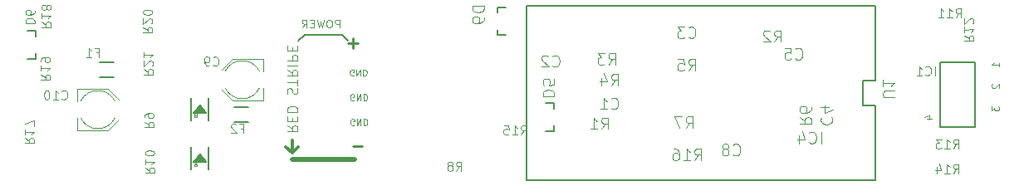
<source format=gbr>
%TF.GenerationSoftware,KiCad,Pcbnew,8.0.5*%
%TF.CreationDate,2024-11-18T15:17:10-05:00*%
%TF.ProjectId,RadioMusic_F rev2-2,52616469-6f4d-4757-9369-635f46207265,rev?*%
%TF.SameCoordinates,Original*%
%TF.FileFunction,Legend,Bot*%
%TF.FilePolarity,Positive*%
%FSLAX46Y46*%
G04 Gerber Fmt 4.6, Leading zero omitted, Abs format (unit mm)*
G04 Created by KiCad (PCBNEW 8.0.5) date 2024-11-18 15:17:10*
%MOMM*%
%LPD*%
G01*
G04 APERTURE LIST*
%ADD10C,0.093472*%
%ADD11C,0.101600*%
%ADD12C,0.114300*%
%ADD13C,0.071120*%
%ADD14C,0.228600*%
%ADD15C,0.091440*%
%ADD16C,0.074778*%
%ADD17C,0.075470*%
%ADD18C,0.097536*%
%ADD19C,0.152400*%
%ADD20C,0.304800*%
%ADD21C,0.508000*%
%ADD22C,0.203200*%
%ADD23C,0.127000*%
G04 APERTURE END LIST*
D10*
X167377700Y-112294292D02*
X167769876Y-111734040D01*
X168050002Y-112294292D02*
X168050002Y-111117764D01*
X168050002Y-111117764D02*
X167601801Y-111117764D01*
X167601801Y-111117764D02*
X167489750Y-111173789D01*
X167489750Y-111173789D02*
X167433725Y-111229814D01*
X167433725Y-111229814D02*
X167377700Y-111341864D01*
X167377700Y-111341864D02*
X167377700Y-111509940D01*
X167377700Y-111509940D02*
X167433725Y-111621990D01*
X167433725Y-111621990D02*
X167489750Y-111678015D01*
X167489750Y-111678015D02*
X167601801Y-111734040D01*
X167601801Y-111734040D02*
X168050002Y-111734040D01*
X166257197Y-112294292D02*
X166929499Y-112294292D01*
X166593348Y-112294292D02*
X166593348Y-111117764D01*
X166593348Y-111117764D02*
X166705398Y-111285839D01*
X166705398Y-111285839D02*
X166817449Y-111397889D01*
X166817449Y-111397889D02*
X166929499Y-111453915D01*
X165248745Y-111117764D02*
X165472845Y-111117764D01*
X165472845Y-111117764D02*
X165584895Y-111173789D01*
X165584895Y-111173789D02*
X165640921Y-111229814D01*
X165640921Y-111229814D02*
X165752971Y-111397889D01*
X165752971Y-111397889D02*
X165808996Y-111621990D01*
X165808996Y-111621990D02*
X165808996Y-112070191D01*
X165808996Y-112070191D02*
X165752971Y-112182241D01*
X165752971Y-112182241D02*
X165696946Y-112238267D01*
X165696946Y-112238267D02*
X165584895Y-112294292D01*
X165584895Y-112294292D02*
X165360795Y-112294292D01*
X165360795Y-112294292D02*
X165248745Y-112238267D01*
X165248745Y-112238267D02*
X165192719Y-112182241D01*
X165192719Y-112182241D02*
X165136694Y-112070191D01*
X165136694Y-112070191D02*
X165136694Y-111790065D01*
X165136694Y-111790065D02*
X165192719Y-111678015D01*
X165192719Y-111678015D02*
X165248745Y-111621990D01*
X165248745Y-111621990D02*
X165360795Y-111565965D01*
X165360795Y-111565965D02*
X165584895Y-111565965D01*
X165584895Y-111565965D02*
X165696946Y-111621990D01*
X165696946Y-111621990D02*
X165752971Y-111678015D01*
X165752971Y-111678015D02*
X165808996Y-111790065D01*
X157875197Y-109119292D02*
X158267373Y-108559040D01*
X158547499Y-109119292D02*
X158547499Y-107942764D01*
X158547499Y-107942764D02*
X158099298Y-107942764D01*
X158099298Y-107942764D02*
X157987247Y-107998789D01*
X157987247Y-107998789D02*
X157931222Y-108054814D01*
X157931222Y-108054814D02*
X157875197Y-108166864D01*
X157875197Y-108166864D02*
X157875197Y-108334940D01*
X157875197Y-108334940D02*
X157931222Y-108446990D01*
X157931222Y-108446990D02*
X157987247Y-108503015D01*
X157987247Y-108503015D02*
X158099298Y-108559040D01*
X158099298Y-108559040D02*
X158547499Y-108559040D01*
X156754694Y-109119292D02*
X157426996Y-109119292D01*
X157090845Y-109119292D02*
X157090845Y-107942764D01*
X157090845Y-107942764D02*
X157202895Y-108110839D01*
X157202895Y-108110839D02*
X157314946Y-108222889D01*
X157314946Y-108222889D02*
X157426996Y-108278915D01*
D11*
X145906826Y-96552632D02*
X144738426Y-96552632D01*
X144738426Y-96552632D02*
X144738426Y-96830822D01*
X144738426Y-96830822D02*
X144794064Y-96997737D01*
X144794064Y-96997737D02*
X144905340Y-97109013D01*
X144905340Y-97109013D02*
X145016616Y-97164651D01*
X145016616Y-97164651D02*
X145239168Y-97220289D01*
X145239168Y-97220289D02*
X145406083Y-97220289D01*
X145406083Y-97220289D02*
X145628635Y-97164651D01*
X145628635Y-97164651D02*
X145739911Y-97109013D01*
X145739911Y-97109013D02*
X145851188Y-96997737D01*
X145851188Y-96997737D02*
X145906826Y-96830822D01*
X145906826Y-96830822D02*
X145906826Y-96552632D01*
X145906826Y-97776670D02*
X145906826Y-97999222D01*
X145906826Y-97999222D02*
X145851188Y-98110499D01*
X145851188Y-98110499D02*
X145795549Y-98166137D01*
X145795549Y-98166137D02*
X145628635Y-98277413D01*
X145628635Y-98277413D02*
X145406083Y-98333051D01*
X145406083Y-98333051D02*
X144960978Y-98333051D01*
X144960978Y-98333051D02*
X144849702Y-98277413D01*
X144849702Y-98277413D02*
X144794064Y-98221775D01*
X144794064Y-98221775D02*
X144738426Y-98110499D01*
X144738426Y-98110499D02*
X144738426Y-97887946D01*
X144738426Y-97887946D02*
X144794064Y-97776670D01*
X144794064Y-97776670D02*
X144849702Y-97721032D01*
X144849702Y-97721032D02*
X144960978Y-97665394D01*
X144960978Y-97665394D02*
X145239168Y-97665394D01*
X145239168Y-97665394D02*
X145350445Y-97721032D01*
X145350445Y-97721032D02*
X145406083Y-97776670D01*
X145406083Y-97776670D02*
X145461721Y-97887946D01*
X145461721Y-97887946D02*
X145461721Y-98110499D01*
X145461721Y-98110499D02*
X145406083Y-98221775D01*
X145406083Y-98221775D02*
X145350445Y-98277413D01*
X145350445Y-98277413D02*
X145239168Y-98333051D01*
D12*
X132653782Y-106172092D02*
X132592097Y-106202935D01*
X132592097Y-106202935D02*
X132499568Y-106202935D01*
X132499568Y-106202935D02*
X132407039Y-106172092D01*
X132407039Y-106172092D02*
X132345354Y-106110406D01*
X132345354Y-106110406D02*
X132314511Y-106048720D01*
X132314511Y-106048720D02*
X132283668Y-105925349D01*
X132283668Y-105925349D02*
X132283668Y-105832820D01*
X132283668Y-105832820D02*
X132314511Y-105709449D01*
X132314511Y-105709449D02*
X132345354Y-105647763D01*
X132345354Y-105647763D02*
X132407039Y-105586078D01*
X132407039Y-105586078D02*
X132499568Y-105555235D01*
X132499568Y-105555235D02*
X132561254Y-105555235D01*
X132561254Y-105555235D02*
X132653782Y-105586078D01*
X132653782Y-105586078D02*
X132684625Y-105616920D01*
X132684625Y-105616920D02*
X132684625Y-105832820D01*
X132684625Y-105832820D02*
X132561254Y-105832820D01*
X132962211Y-105555235D02*
X132962211Y-106202935D01*
X132962211Y-106202935D02*
X133332325Y-105555235D01*
X133332325Y-105555235D02*
X133332325Y-106202935D01*
X133640754Y-105555235D02*
X133640754Y-106202935D01*
X133640754Y-106202935D02*
X133794968Y-106202935D01*
X133794968Y-106202935D02*
X133887497Y-106172092D01*
X133887497Y-106172092D02*
X133949182Y-106110406D01*
X133949182Y-106110406D02*
X133980025Y-106048720D01*
X133980025Y-106048720D02*
X134010868Y-105925349D01*
X134010868Y-105925349D02*
X134010868Y-105832820D01*
X134010868Y-105832820D02*
X133980025Y-105709449D01*
X133980025Y-105709449D02*
X133949182Y-105647763D01*
X133949182Y-105647763D02*
X133887497Y-105586078D01*
X133887497Y-105586078D02*
X133794968Y-105555235D01*
X133794968Y-105555235D02*
X133640754Y-105555235D01*
D13*
X131208577Y-98770808D02*
X131208577Y-97952928D01*
X131208577Y-97952928D02*
X130897004Y-97952928D01*
X130897004Y-97952928D02*
X130819111Y-97991875D01*
X130819111Y-97991875D02*
X130780164Y-98030822D01*
X130780164Y-98030822D02*
X130741217Y-98108715D01*
X130741217Y-98108715D02*
X130741217Y-98225555D01*
X130741217Y-98225555D02*
X130780164Y-98303448D01*
X130780164Y-98303448D02*
X130819111Y-98342395D01*
X130819111Y-98342395D02*
X130897004Y-98381342D01*
X130897004Y-98381342D02*
X131208577Y-98381342D01*
X130234911Y-97952928D02*
X130079124Y-97952928D01*
X130079124Y-97952928D02*
X130001231Y-97991875D01*
X130001231Y-97991875D02*
X129923337Y-98069768D01*
X129923337Y-98069768D02*
X129884391Y-98225555D01*
X129884391Y-98225555D02*
X129884391Y-98498182D01*
X129884391Y-98498182D02*
X129923337Y-98653968D01*
X129923337Y-98653968D02*
X130001231Y-98731862D01*
X130001231Y-98731862D02*
X130079124Y-98770808D01*
X130079124Y-98770808D02*
X130234911Y-98770808D01*
X130234911Y-98770808D02*
X130312804Y-98731862D01*
X130312804Y-98731862D02*
X130390697Y-98653968D01*
X130390697Y-98653968D02*
X130429644Y-98498182D01*
X130429644Y-98498182D02*
X130429644Y-98225555D01*
X130429644Y-98225555D02*
X130390697Y-98069768D01*
X130390697Y-98069768D02*
X130312804Y-97991875D01*
X130312804Y-97991875D02*
X130234911Y-97952928D01*
X129611764Y-97952928D02*
X129417030Y-98770808D01*
X129417030Y-98770808D02*
X129261244Y-98186608D01*
X129261244Y-98186608D02*
X129105457Y-98770808D01*
X129105457Y-98770808D02*
X128910724Y-97952928D01*
X128599150Y-98342395D02*
X128326524Y-98342395D01*
X128209684Y-98770808D02*
X128599150Y-98770808D01*
X128599150Y-98770808D02*
X128599150Y-97952928D01*
X128599150Y-97952928D02*
X128209684Y-97952928D01*
X127391803Y-98770808D02*
X127664430Y-98381342D01*
X127859163Y-98770808D02*
X127859163Y-97952928D01*
X127859163Y-97952928D02*
X127547590Y-97952928D01*
X127547590Y-97952928D02*
X127469697Y-97991875D01*
X127469697Y-97991875D02*
X127430750Y-98030822D01*
X127430750Y-98030822D02*
X127391803Y-98108715D01*
X127391803Y-98108715D02*
X127391803Y-98225555D01*
X127391803Y-98225555D02*
X127430750Y-98303448D01*
X127430750Y-98303448D02*
X127469697Y-98342395D01*
X127469697Y-98342395D02*
X127547590Y-98381342D01*
X127547590Y-98381342D02*
X127859163Y-98381342D01*
D12*
X132681066Y-108693576D02*
X132619381Y-108724419D01*
X132619381Y-108724419D02*
X132526852Y-108724419D01*
X132526852Y-108724419D02*
X132434323Y-108693576D01*
X132434323Y-108693576D02*
X132372638Y-108631890D01*
X132372638Y-108631890D02*
X132341795Y-108570204D01*
X132341795Y-108570204D02*
X132310952Y-108446833D01*
X132310952Y-108446833D02*
X132310952Y-108354304D01*
X132310952Y-108354304D02*
X132341795Y-108230933D01*
X132341795Y-108230933D02*
X132372638Y-108169247D01*
X132372638Y-108169247D02*
X132434323Y-108107562D01*
X132434323Y-108107562D02*
X132526852Y-108076719D01*
X132526852Y-108076719D02*
X132588538Y-108076719D01*
X132588538Y-108076719D02*
X132681066Y-108107562D01*
X132681066Y-108107562D02*
X132711909Y-108138404D01*
X132711909Y-108138404D02*
X132711909Y-108354304D01*
X132711909Y-108354304D02*
X132588538Y-108354304D01*
X132989495Y-108076719D02*
X132989495Y-108724419D01*
X132989495Y-108724419D02*
X133359609Y-108076719D01*
X133359609Y-108076719D02*
X133359609Y-108724419D01*
X133668038Y-108076719D02*
X133668038Y-108724419D01*
X133668038Y-108724419D02*
X133822252Y-108724419D01*
X133822252Y-108724419D02*
X133914781Y-108693576D01*
X133914781Y-108693576D02*
X133976466Y-108631890D01*
X133976466Y-108631890D02*
X134007309Y-108570204D01*
X134007309Y-108570204D02*
X134038152Y-108446833D01*
X134038152Y-108446833D02*
X134038152Y-108354304D01*
X134038152Y-108354304D02*
X134007309Y-108230933D01*
X134007309Y-108230933D02*
X133976466Y-108169247D01*
X133976466Y-108169247D02*
X133914781Y-108107562D01*
X133914781Y-108107562D02*
X133822252Y-108076719D01*
X133822252Y-108076719D02*
X133668038Y-108076719D01*
X132626500Y-103650614D02*
X132564815Y-103681457D01*
X132564815Y-103681457D02*
X132472286Y-103681457D01*
X132472286Y-103681457D02*
X132379757Y-103650614D01*
X132379757Y-103650614D02*
X132318072Y-103588928D01*
X132318072Y-103588928D02*
X132287229Y-103527242D01*
X132287229Y-103527242D02*
X132256386Y-103403871D01*
X132256386Y-103403871D02*
X132256386Y-103311342D01*
X132256386Y-103311342D02*
X132287229Y-103187971D01*
X132287229Y-103187971D02*
X132318072Y-103126285D01*
X132318072Y-103126285D02*
X132379757Y-103064600D01*
X132379757Y-103064600D02*
X132472286Y-103033757D01*
X132472286Y-103033757D02*
X132533972Y-103033757D01*
X132533972Y-103033757D02*
X132626500Y-103064600D01*
X132626500Y-103064600D02*
X132657343Y-103095442D01*
X132657343Y-103095442D02*
X132657343Y-103311342D01*
X132657343Y-103311342D02*
X132533972Y-103311342D01*
X132934929Y-103033757D02*
X132934929Y-103681457D01*
X132934929Y-103681457D02*
X133305043Y-103033757D01*
X133305043Y-103033757D02*
X133305043Y-103681457D01*
X133613472Y-103033757D02*
X133613472Y-103681457D01*
X133613472Y-103681457D02*
X133767686Y-103681457D01*
X133767686Y-103681457D02*
X133860215Y-103650614D01*
X133860215Y-103650614D02*
X133921900Y-103588928D01*
X133921900Y-103588928D02*
X133952743Y-103527242D01*
X133952743Y-103527242D02*
X133983586Y-103403871D01*
X133983586Y-103403871D02*
X133983586Y-103311342D01*
X133983586Y-103311342D02*
X133952743Y-103187971D01*
X133952743Y-103187971D02*
X133921900Y-103126285D01*
X133921900Y-103126285D02*
X133860215Y-103064600D01*
X133860215Y-103064600D02*
X133767686Y-103033757D01*
X133767686Y-103033757D02*
X133613472Y-103033757D01*
D14*
X132582609Y-100857356D02*
X132582609Y-99870385D01*
X132089123Y-100363870D02*
X133076094Y-100363870D01*
D15*
X125868545Y-108758180D02*
X126369288Y-109108700D01*
X125868545Y-109359071D02*
X126920105Y-109359071D01*
X126920105Y-109359071D02*
X126920105Y-108958477D01*
X126920105Y-108958477D02*
X126870031Y-108858328D01*
X126870031Y-108858328D02*
X126819957Y-108808254D01*
X126819957Y-108808254D02*
X126719808Y-108758180D01*
X126719808Y-108758180D02*
X126569585Y-108758180D01*
X126569585Y-108758180D02*
X126469437Y-108808254D01*
X126469437Y-108808254D02*
X126419362Y-108858328D01*
X126419362Y-108858328D02*
X126369288Y-108958477D01*
X126369288Y-108958477D02*
X126369288Y-109359071D01*
X126419362Y-108307511D02*
X126419362Y-107956991D01*
X125868545Y-107806768D02*
X125868545Y-108307511D01*
X125868545Y-108307511D02*
X126920105Y-108307511D01*
X126920105Y-108307511D02*
X126920105Y-107806768D01*
X125868545Y-107356100D02*
X126920105Y-107356100D01*
X126920105Y-107356100D02*
X126920105Y-107105729D01*
X126920105Y-107105729D02*
X126870031Y-106955506D01*
X126870031Y-106955506D02*
X126769882Y-106855357D01*
X126769882Y-106855357D02*
X126669734Y-106805283D01*
X126669734Y-106805283D02*
X126469437Y-106755209D01*
X126469437Y-106755209D02*
X126319214Y-106755209D01*
X126319214Y-106755209D02*
X126118917Y-106805283D01*
X126118917Y-106805283D02*
X126018768Y-106855357D01*
X126018768Y-106855357D02*
X125918620Y-106955506D01*
X125918620Y-106955506D02*
X125868545Y-107105729D01*
X125868545Y-107105729D02*
X125868545Y-107356100D01*
X125918620Y-105553425D02*
X125868545Y-105403203D01*
X125868545Y-105403203D02*
X125868545Y-105152831D01*
X125868545Y-105152831D02*
X125918620Y-105052683D01*
X125918620Y-105052683D02*
X125968694Y-105002608D01*
X125968694Y-105002608D02*
X126068842Y-104952534D01*
X126068842Y-104952534D02*
X126168991Y-104952534D01*
X126168991Y-104952534D02*
X126269140Y-105002608D01*
X126269140Y-105002608D02*
X126319214Y-105052683D01*
X126319214Y-105052683D02*
X126369288Y-105152831D01*
X126369288Y-105152831D02*
X126419362Y-105353128D01*
X126419362Y-105353128D02*
X126469437Y-105453277D01*
X126469437Y-105453277D02*
X126519511Y-105503351D01*
X126519511Y-105503351D02*
X126619660Y-105553425D01*
X126619660Y-105553425D02*
X126719808Y-105553425D01*
X126719808Y-105553425D02*
X126819957Y-105503351D01*
X126819957Y-105503351D02*
X126870031Y-105453277D01*
X126870031Y-105453277D02*
X126920105Y-105353128D01*
X126920105Y-105353128D02*
X126920105Y-105102757D01*
X126920105Y-105102757D02*
X126870031Y-104952534D01*
X126920105Y-104652088D02*
X126920105Y-104051197D01*
X125868545Y-104351642D02*
X126920105Y-104351642D01*
X125868545Y-103099785D02*
X126369288Y-103450305D01*
X125868545Y-103700676D02*
X126920105Y-103700676D01*
X126920105Y-103700676D02*
X126920105Y-103300082D01*
X126920105Y-103300082D02*
X126870031Y-103199933D01*
X126870031Y-103199933D02*
X126819957Y-103149859D01*
X126819957Y-103149859D02*
X126719808Y-103099785D01*
X126719808Y-103099785D02*
X126569585Y-103099785D01*
X126569585Y-103099785D02*
X126469437Y-103149859D01*
X126469437Y-103149859D02*
X126419362Y-103199933D01*
X126419362Y-103199933D02*
X126369288Y-103300082D01*
X126369288Y-103300082D02*
X126369288Y-103700676D01*
X125868545Y-102649116D02*
X126920105Y-102649116D01*
X125868545Y-102148373D02*
X126920105Y-102148373D01*
X126920105Y-102148373D02*
X126920105Y-101747779D01*
X126920105Y-101747779D02*
X126870031Y-101647630D01*
X126870031Y-101647630D02*
X126819957Y-101597556D01*
X126819957Y-101597556D02*
X126719808Y-101547482D01*
X126719808Y-101547482D02*
X126569585Y-101547482D01*
X126569585Y-101547482D02*
X126469437Y-101597556D01*
X126469437Y-101597556D02*
X126419362Y-101647630D01*
X126419362Y-101647630D02*
X126369288Y-101747779D01*
X126369288Y-101747779D02*
X126369288Y-102148373D01*
X126419362Y-101096813D02*
X126419362Y-100746293D01*
X125868545Y-100596070D02*
X125868545Y-101096813D01*
X125868545Y-101096813D02*
X126920105Y-101096813D01*
X126920105Y-101096813D02*
X126920105Y-100596070D01*
D14*
X132543922Y-110841737D02*
X133530894Y-110841737D01*
D16*
X118310962Y-102588883D02*
X118355782Y-102633704D01*
X118355782Y-102633704D02*
X118490242Y-102678524D01*
X118490242Y-102678524D02*
X118579882Y-102678524D01*
X118579882Y-102678524D02*
X118714343Y-102633704D01*
X118714343Y-102633704D02*
X118803983Y-102544063D01*
X118803983Y-102544063D02*
X118848803Y-102454423D01*
X118848803Y-102454423D02*
X118893623Y-102275143D01*
X118893623Y-102275143D02*
X118893623Y-102140682D01*
X118893623Y-102140682D02*
X118848803Y-101961402D01*
X118848803Y-101961402D02*
X118803983Y-101871762D01*
X118803983Y-101871762D02*
X118714343Y-101782122D01*
X118714343Y-101782122D02*
X118579882Y-101737302D01*
X118579882Y-101737302D02*
X118490242Y-101737302D01*
X118490242Y-101737302D02*
X118355782Y-101782122D01*
X118355782Y-101782122D02*
X118310962Y-101826942D01*
X117862761Y-102678524D02*
X117683481Y-102678524D01*
X117683481Y-102678524D02*
X117593840Y-102633704D01*
X117593840Y-102633704D02*
X117549020Y-102588883D01*
X117549020Y-102588883D02*
X117459380Y-102454423D01*
X117459380Y-102454423D02*
X117414560Y-102275143D01*
X117414560Y-102275143D02*
X117414560Y-101916582D01*
X117414560Y-101916582D02*
X117459380Y-101826942D01*
X117459380Y-101826942D02*
X117504200Y-101782122D01*
X117504200Y-101782122D02*
X117593840Y-101737302D01*
X117593840Y-101737302D02*
X117773121Y-101737302D01*
X117773121Y-101737302D02*
X117862761Y-101782122D01*
X117862761Y-101782122D02*
X117907581Y-101826942D01*
X117907581Y-101826942D02*
X117952401Y-101916582D01*
X117952401Y-101916582D02*
X117952401Y-102140682D01*
X117952401Y-102140682D02*
X117907581Y-102230323D01*
X117907581Y-102230323D02*
X117862761Y-102275143D01*
X117862761Y-102275143D02*
X117773121Y-102319963D01*
X117773121Y-102319963D02*
X117593840Y-102319963D01*
X117593840Y-102319963D02*
X117504200Y-102275143D01*
X117504200Y-102275143D02*
X117459380Y-102230323D01*
X117459380Y-102230323D02*
X117414560Y-102140682D01*
D10*
X187766472Y-105898980D02*
X186814045Y-105898980D01*
X186814045Y-105898980D02*
X186701995Y-105842955D01*
X186701995Y-105842955D02*
X186645970Y-105786930D01*
X186645970Y-105786930D02*
X186589944Y-105674879D01*
X186589944Y-105674879D02*
X186589944Y-105450779D01*
X186589944Y-105450779D02*
X186645970Y-105338728D01*
X186645970Y-105338728D02*
X186701995Y-105282703D01*
X186701995Y-105282703D02*
X186814045Y-105226678D01*
X186814045Y-105226678D02*
X187766472Y-105226678D01*
X186589944Y-104050150D02*
X186589944Y-104722452D01*
X186589944Y-104386301D02*
X187766472Y-104386301D01*
X187766472Y-104386301D02*
X187598397Y-104498351D01*
X187598397Y-104498351D02*
X187486347Y-104610402D01*
X187486347Y-104610402D02*
X187430322Y-104722452D01*
X166504178Y-109012755D02*
X166896354Y-108452503D01*
X167176480Y-109012755D02*
X167176480Y-107836227D01*
X167176480Y-107836227D02*
X166728279Y-107836227D01*
X166728279Y-107836227D02*
X166616228Y-107892252D01*
X166616228Y-107892252D02*
X166560203Y-107948277D01*
X166560203Y-107948277D02*
X166504178Y-108060327D01*
X166504178Y-108060327D02*
X166504178Y-108228403D01*
X166504178Y-108228403D02*
X166560203Y-108340453D01*
X166560203Y-108340453D02*
X166616228Y-108396478D01*
X166616228Y-108396478D02*
X166728279Y-108452503D01*
X166728279Y-108452503D02*
X167176480Y-108452503D01*
X166112002Y-107836227D02*
X165327650Y-107836227D01*
X165327650Y-107836227D02*
X165831876Y-109012755D01*
X177680178Y-101915704D02*
X177736203Y-101971730D01*
X177736203Y-101971730D02*
X177904279Y-102027755D01*
X177904279Y-102027755D02*
X178016329Y-102027755D01*
X178016329Y-102027755D02*
X178184404Y-101971730D01*
X178184404Y-101971730D02*
X178296455Y-101859679D01*
X178296455Y-101859679D02*
X178352480Y-101747629D01*
X178352480Y-101747629D02*
X178408505Y-101523528D01*
X178408505Y-101523528D02*
X178408505Y-101355453D01*
X178408505Y-101355453D02*
X178352480Y-101131352D01*
X178352480Y-101131352D02*
X178296455Y-101019302D01*
X178296455Y-101019302D02*
X178184404Y-100907252D01*
X178184404Y-100907252D02*
X178016329Y-100851227D01*
X178016329Y-100851227D02*
X177904279Y-100851227D01*
X177904279Y-100851227D02*
X177736203Y-100907252D01*
X177736203Y-100907252D02*
X177680178Y-100963277D01*
X176615700Y-100851227D02*
X177175952Y-100851227D01*
X177175952Y-100851227D02*
X177231977Y-101411478D01*
X177231977Y-101411478D02*
X177175952Y-101355453D01*
X177175952Y-101355453D02*
X177063902Y-101299428D01*
X177063902Y-101299428D02*
X176783776Y-101299428D01*
X176783776Y-101299428D02*
X176671726Y-101355453D01*
X176671726Y-101355453D02*
X176615700Y-101411478D01*
X176615700Y-101411478D02*
X176559675Y-101523528D01*
X176559675Y-101523528D02*
X176559675Y-101803654D01*
X176559675Y-101803654D02*
X176615700Y-101915704D01*
X176615700Y-101915704D02*
X176671726Y-101971730D01*
X176671726Y-101971730D02*
X176783776Y-102027755D01*
X176783776Y-102027755D02*
X177063902Y-102027755D01*
X177063902Y-102027755D02*
X177175952Y-101971730D01*
X177175952Y-101971730D02*
X177231977Y-101915704D01*
X99182860Y-98339456D02*
X100105388Y-98339456D01*
X100105388Y-98339456D02*
X100105388Y-98119806D01*
X100105388Y-98119806D02*
X100061458Y-97988017D01*
X100061458Y-97988017D02*
X99973598Y-97900157D01*
X99973598Y-97900157D02*
X99885738Y-97856227D01*
X99885738Y-97856227D02*
X99710018Y-97812297D01*
X99710018Y-97812297D02*
X99578229Y-97812297D01*
X99578229Y-97812297D02*
X99402509Y-97856227D01*
X99402509Y-97856227D02*
X99314649Y-97900157D01*
X99314649Y-97900157D02*
X99226790Y-97988017D01*
X99226790Y-97988017D02*
X99182860Y-98119806D01*
X99182860Y-98119806D02*
X99182860Y-98339456D01*
X100105388Y-97021559D02*
X100105388Y-97197278D01*
X100105388Y-97197278D02*
X100061458Y-97285138D01*
X100061458Y-97285138D02*
X100017528Y-97329068D01*
X100017528Y-97329068D02*
X99885738Y-97416928D01*
X99885738Y-97416928D02*
X99710018Y-97460858D01*
X99710018Y-97460858D02*
X99358579Y-97460858D01*
X99358579Y-97460858D02*
X99270719Y-97416928D01*
X99270719Y-97416928D02*
X99226790Y-97372998D01*
X99226790Y-97372998D02*
X99182860Y-97285138D01*
X99182860Y-97285138D02*
X99182860Y-97109419D01*
X99182860Y-97109419D02*
X99226790Y-97021559D01*
X99226790Y-97021559D02*
X99270719Y-96977629D01*
X99270719Y-96977629D02*
X99358579Y-96933699D01*
X99358579Y-96933699D02*
X99578229Y-96933699D01*
X99578229Y-96933699D02*
X99666089Y-96977629D01*
X99666089Y-96977629D02*
X99710018Y-97021559D01*
X99710018Y-97021559D02*
X99753948Y-97109419D01*
X99753948Y-97109419D02*
X99753948Y-97285138D01*
X99753948Y-97285138D02*
X99710018Y-97372998D01*
X99710018Y-97372998D02*
X99666089Y-97416928D01*
X99666089Y-97416928D02*
X99578229Y-97460858D01*
X158630178Y-102535755D02*
X159022354Y-101975503D01*
X159302480Y-102535755D02*
X159302480Y-101359227D01*
X159302480Y-101359227D02*
X158854279Y-101359227D01*
X158854279Y-101359227D02*
X158742228Y-101415252D01*
X158742228Y-101415252D02*
X158686203Y-101471277D01*
X158686203Y-101471277D02*
X158630178Y-101583327D01*
X158630178Y-101583327D02*
X158630178Y-101751403D01*
X158630178Y-101751403D02*
X158686203Y-101863453D01*
X158686203Y-101863453D02*
X158742228Y-101919478D01*
X158742228Y-101919478D02*
X158854279Y-101975503D01*
X158854279Y-101975503D02*
X159302480Y-101975503D01*
X158238002Y-101359227D02*
X157509675Y-101359227D01*
X157509675Y-101359227D02*
X157901851Y-101807428D01*
X157901851Y-101807428D02*
X157733776Y-101807428D01*
X157733776Y-101807428D02*
X157621726Y-101863453D01*
X157621726Y-101863453D02*
X157565700Y-101919478D01*
X157565700Y-101919478D02*
X157509675Y-102031528D01*
X157509675Y-102031528D02*
X157509675Y-102311654D01*
X157509675Y-102311654D02*
X157565700Y-102423704D01*
X157565700Y-102423704D02*
X157621726Y-102479730D01*
X157621726Y-102479730D02*
X157733776Y-102535755D01*
X157733776Y-102535755D02*
X158069927Y-102535755D01*
X158069927Y-102535755D02*
X158181977Y-102479730D01*
X158181977Y-102479730D02*
X158238002Y-102423704D01*
X194919057Y-99582527D02*
X195361552Y-99885420D01*
X194924577Y-100109657D02*
X195847054Y-100099997D01*
X195847054Y-100099997D02*
X195843374Y-99748577D01*
X195843374Y-99748577D02*
X195798527Y-99661182D01*
X195798527Y-99661182D02*
X195754139Y-99617714D01*
X195754139Y-99617714D02*
X195665824Y-99574707D01*
X195665824Y-99574707D02*
X195534042Y-99576087D01*
X195534042Y-99576087D02*
X195446647Y-99620934D01*
X195446647Y-99620934D02*
X195403179Y-99665322D01*
X195403179Y-99665322D02*
X195360172Y-99753637D01*
X195360172Y-99753637D02*
X195363852Y-100105057D01*
X194909856Y-98703977D02*
X194915377Y-99231107D01*
X194912616Y-98967542D02*
X195835094Y-98957882D01*
X195835094Y-98957882D02*
X195704231Y-99047117D01*
X195704231Y-99047117D02*
X195617296Y-99135892D01*
X195617296Y-99135892D02*
X195574289Y-99224207D01*
X195740799Y-98343817D02*
X195784266Y-98299430D01*
X195784266Y-98299430D02*
X195827273Y-98211114D01*
X195827273Y-98211114D02*
X195824973Y-97991477D01*
X195824973Y-97991477D02*
X195780126Y-97904082D01*
X195780126Y-97904082D02*
X195735738Y-97860615D01*
X195735738Y-97860615D02*
X195647423Y-97817607D01*
X195647423Y-97817607D02*
X195559568Y-97818527D01*
X195559568Y-97818527D02*
X195428246Y-97863835D01*
X195428246Y-97863835D02*
X194906636Y-98396485D01*
X194906636Y-98396485D02*
X194900656Y-97825428D01*
X166765197Y-103150292D02*
X167157373Y-102590040D01*
X167437499Y-103150292D02*
X167437499Y-101973764D01*
X167437499Y-101973764D02*
X166989298Y-101973764D01*
X166989298Y-101973764D02*
X166877247Y-102029789D01*
X166877247Y-102029789D02*
X166821222Y-102085814D01*
X166821222Y-102085814D02*
X166765197Y-102197864D01*
X166765197Y-102197864D02*
X166765197Y-102365940D01*
X166765197Y-102365940D02*
X166821222Y-102477990D01*
X166821222Y-102477990D02*
X166877247Y-102534015D01*
X166877247Y-102534015D02*
X166989298Y-102590040D01*
X166989298Y-102590040D02*
X167437499Y-102590040D01*
X165700719Y-101973764D02*
X166260971Y-101973764D01*
X166260971Y-101973764D02*
X166316996Y-102534015D01*
X166316996Y-102534015D02*
X166260971Y-102477990D01*
X166260971Y-102477990D02*
X166148921Y-102421965D01*
X166148921Y-102421965D02*
X165868795Y-102421965D01*
X165868795Y-102421965D02*
X165756745Y-102477990D01*
X165756745Y-102477990D02*
X165700719Y-102534015D01*
X165700719Y-102534015D02*
X165644694Y-102646065D01*
X165644694Y-102646065D02*
X165644694Y-102926191D01*
X165644694Y-102926191D02*
X165700719Y-103038241D01*
X165700719Y-103038241D02*
X165756745Y-103094267D01*
X165756745Y-103094267D02*
X165868795Y-103150292D01*
X165868795Y-103150292D02*
X166148921Y-103150292D01*
X166148921Y-103150292D02*
X166260971Y-103094267D01*
X166260971Y-103094267D02*
X166316996Y-103038241D01*
X194014797Y-97740839D02*
X194322306Y-97301540D01*
X194541956Y-97740839D02*
X194541956Y-96818311D01*
X194541956Y-96818311D02*
X194190517Y-96818311D01*
X194190517Y-96818311D02*
X194102657Y-96862241D01*
X194102657Y-96862241D02*
X194058727Y-96906171D01*
X194058727Y-96906171D02*
X194014797Y-96994031D01*
X194014797Y-96994031D02*
X194014797Y-97125821D01*
X194014797Y-97125821D02*
X194058727Y-97213681D01*
X194058727Y-97213681D02*
X194102657Y-97257610D01*
X194102657Y-97257610D02*
X194190517Y-97301540D01*
X194190517Y-97301540D02*
X194541956Y-97301540D01*
X193136199Y-97740839D02*
X193663358Y-97740839D01*
X193399778Y-97740839D02*
X193399778Y-96818311D01*
X193399778Y-96818311D02*
X193487638Y-96950101D01*
X193487638Y-96950101D02*
X193575498Y-97037961D01*
X193575498Y-97037961D02*
X193663358Y-97081891D01*
X192257601Y-97740839D02*
X192784760Y-97740839D01*
X192521180Y-97740839D02*
X192521180Y-96818311D01*
X192521180Y-96818311D02*
X192609040Y-96950101D01*
X192609040Y-96950101D02*
X192696900Y-97037961D01*
X192696900Y-97037961D02*
X192784760Y-97081891D01*
X121108447Y-109038610D02*
X121415956Y-109038610D01*
X121415956Y-109521839D02*
X121415956Y-108599311D01*
X121415956Y-108599311D02*
X120976657Y-108599311D01*
X120669148Y-108687171D02*
X120625218Y-108643241D01*
X120625218Y-108643241D02*
X120537358Y-108599311D01*
X120537358Y-108599311D02*
X120317709Y-108599311D01*
X120317709Y-108599311D02*
X120229849Y-108643241D01*
X120229849Y-108643241D02*
X120185919Y-108687171D01*
X120185919Y-108687171D02*
X120141989Y-108775031D01*
X120141989Y-108775031D02*
X120141989Y-108862891D01*
X120141989Y-108862891D02*
X120185919Y-108994681D01*
X120185919Y-108994681D02*
X120713078Y-109521839D01*
X120713078Y-109521839D02*
X120141989Y-109521839D01*
X175528197Y-100229292D02*
X175920373Y-99669040D01*
X176200499Y-100229292D02*
X176200499Y-99052764D01*
X176200499Y-99052764D02*
X175752298Y-99052764D01*
X175752298Y-99052764D02*
X175640247Y-99108789D01*
X175640247Y-99108789D02*
X175584222Y-99164814D01*
X175584222Y-99164814D02*
X175528197Y-99276864D01*
X175528197Y-99276864D02*
X175528197Y-99444940D01*
X175528197Y-99444940D02*
X175584222Y-99556990D01*
X175584222Y-99556990D02*
X175640247Y-99613015D01*
X175640247Y-99613015D02*
X175752298Y-99669040D01*
X175752298Y-99669040D02*
X176200499Y-99669040D01*
X175079996Y-99164814D02*
X175023971Y-99108789D01*
X175023971Y-99108789D02*
X174911921Y-99052764D01*
X174911921Y-99052764D02*
X174631795Y-99052764D01*
X174631795Y-99052764D02*
X174519745Y-99108789D01*
X174519745Y-99108789D02*
X174463719Y-99164814D01*
X174463719Y-99164814D02*
X174407694Y-99276864D01*
X174407694Y-99276864D02*
X174407694Y-99388915D01*
X174407694Y-99388915D02*
X174463719Y-99556990D01*
X174463719Y-99556990D02*
X175136021Y-100229292D01*
X175136021Y-100229292D02*
X174407694Y-100229292D01*
X166765197Y-99736241D02*
X166821222Y-99792267D01*
X166821222Y-99792267D02*
X166989298Y-99848292D01*
X166989298Y-99848292D02*
X167101348Y-99848292D01*
X167101348Y-99848292D02*
X167269423Y-99792267D01*
X167269423Y-99792267D02*
X167381474Y-99680216D01*
X167381474Y-99680216D02*
X167437499Y-99568166D01*
X167437499Y-99568166D02*
X167493524Y-99344065D01*
X167493524Y-99344065D02*
X167493524Y-99175990D01*
X167493524Y-99175990D02*
X167437499Y-98951889D01*
X167437499Y-98951889D02*
X167381474Y-98839839D01*
X167381474Y-98839839D02*
X167269423Y-98727789D01*
X167269423Y-98727789D02*
X167101348Y-98671764D01*
X167101348Y-98671764D02*
X166989298Y-98671764D01*
X166989298Y-98671764D02*
X166821222Y-98727789D01*
X166821222Y-98727789D02*
X166765197Y-98783814D01*
X166373021Y-98671764D02*
X165644694Y-98671764D01*
X165644694Y-98671764D02*
X166036870Y-99119965D01*
X166036870Y-99119965D02*
X165868795Y-99119965D01*
X165868795Y-99119965D02*
X165756745Y-99175990D01*
X165756745Y-99175990D02*
X165700719Y-99232015D01*
X165700719Y-99232015D02*
X165644694Y-99344065D01*
X165644694Y-99344065D02*
X165644694Y-99624191D01*
X165644694Y-99624191D02*
X165700719Y-99736241D01*
X165700719Y-99736241D02*
X165756745Y-99792267D01*
X165756745Y-99792267D02*
X165868795Y-99848292D01*
X165868795Y-99848292D02*
X166204946Y-99848292D01*
X166204946Y-99848292D02*
X166316996Y-99792267D01*
X166316996Y-99792267D02*
X166373021Y-99736241D01*
X111311503Y-108372411D02*
X111750802Y-108679920D01*
X111311503Y-108899570D02*
X112234031Y-108899570D01*
X112234031Y-108899570D02*
X112234031Y-108548131D01*
X112234031Y-108548131D02*
X112190101Y-108460271D01*
X112190101Y-108460271D02*
X112146171Y-108416341D01*
X112146171Y-108416341D02*
X112058311Y-108372411D01*
X112058311Y-108372411D02*
X111926521Y-108372411D01*
X111926521Y-108372411D02*
X111838661Y-108416341D01*
X111838661Y-108416341D02*
X111794732Y-108460271D01*
X111794732Y-108460271D02*
X111750802Y-108548131D01*
X111750802Y-108548131D02*
X111750802Y-108899570D01*
X111311503Y-107933112D02*
X111311503Y-107757392D01*
X111311503Y-107757392D02*
X111355433Y-107669533D01*
X111355433Y-107669533D02*
X111399362Y-107625603D01*
X111399362Y-107625603D02*
X111531152Y-107537743D01*
X111531152Y-107537743D02*
X111706872Y-107493813D01*
X111706872Y-107493813D02*
X112058311Y-107493813D01*
X112058311Y-107493813D02*
X112146171Y-107537743D01*
X112146171Y-107537743D02*
X112190101Y-107581673D01*
X112190101Y-107581673D02*
X112234031Y-107669533D01*
X112234031Y-107669533D02*
X112234031Y-107845252D01*
X112234031Y-107845252D02*
X112190101Y-107933112D01*
X112190101Y-107933112D02*
X112146171Y-107977042D01*
X112146171Y-107977042D02*
X112058311Y-108020972D01*
X112058311Y-108020972D02*
X111838661Y-108020972D01*
X111838661Y-108020972D02*
X111750802Y-107977042D01*
X111750802Y-107977042D02*
X111706872Y-107933112D01*
X111706872Y-107933112D02*
X111662942Y-107845252D01*
X111662942Y-107845252D02*
X111662942Y-107669533D01*
X111662942Y-107669533D02*
X111706872Y-107581673D01*
X111706872Y-107581673D02*
X111750802Y-107537743D01*
X111750802Y-107537743D02*
X111838661Y-107493813D01*
X143087797Y-113361839D02*
X143395306Y-112922540D01*
X143614956Y-113361839D02*
X143614956Y-112439311D01*
X143614956Y-112439311D02*
X143263517Y-112439311D01*
X143263517Y-112439311D02*
X143175657Y-112483241D01*
X143175657Y-112483241D02*
X143131727Y-112527171D01*
X143131727Y-112527171D02*
X143087797Y-112615031D01*
X143087797Y-112615031D02*
X143087797Y-112746821D01*
X143087797Y-112746821D02*
X143131727Y-112834681D01*
X143131727Y-112834681D02*
X143175657Y-112878610D01*
X143175657Y-112878610D02*
X143263517Y-112922540D01*
X143263517Y-112922540D02*
X143614956Y-112922540D01*
X142560638Y-112834681D02*
X142648498Y-112790751D01*
X142648498Y-112790751D02*
X142692428Y-112746821D01*
X142692428Y-112746821D02*
X142736358Y-112658961D01*
X142736358Y-112658961D02*
X142736358Y-112615031D01*
X142736358Y-112615031D02*
X142692428Y-112527171D01*
X142692428Y-112527171D02*
X142648498Y-112483241D01*
X142648498Y-112483241D02*
X142560638Y-112439311D01*
X142560638Y-112439311D02*
X142384919Y-112439311D01*
X142384919Y-112439311D02*
X142297059Y-112483241D01*
X142297059Y-112483241D02*
X142253129Y-112527171D01*
X142253129Y-112527171D02*
X142209199Y-112615031D01*
X142209199Y-112615031D02*
X142209199Y-112658961D01*
X142209199Y-112658961D02*
X142253129Y-112746821D01*
X142253129Y-112746821D02*
X142297059Y-112790751D01*
X142297059Y-112790751D02*
X142384919Y-112834681D01*
X142384919Y-112834681D02*
X142560638Y-112834681D01*
X142560638Y-112834681D02*
X142648498Y-112878610D01*
X142648498Y-112878610D02*
X142692428Y-112922540D01*
X142692428Y-112922540D02*
X142736358Y-113010400D01*
X142736358Y-113010400D02*
X142736358Y-113186120D01*
X142736358Y-113186120D02*
X142692428Y-113273980D01*
X142692428Y-113273980D02*
X142648498Y-113317910D01*
X142648498Y-113317910D02*
X142560638Y-113361839D01*
X142560638Y-113361839D02*
X142384919Y-113361839D01*
X142384919Y-113361839D02*
X142297059Y-113317910D01*
X142297059Y-113317910D02*
X142253129Y-113273980D01*
X142253129Y-113273980D02*
X142209199Y-113186120D01*
X142209199Y-113186120D02*
X142209199Y-113010400D01*
X142209199Y-113010400D02*
X142253129Y-112922540D01*
X142253129Y-112922540D02*
X142297059Y-112878610D01*
X142297059Y-112878610D02*
X142384919Y-112834681D01*
X106376447Y-101291610D02*
X106683956Y-101291610D01*
X106683956Y-101774839D02*
X106683956Y-100852311D01*
X106683956Y-100852311D02*
X106244657Y-100852311D01*
X105409989Y-101774839D02*
X105937148Y-101774839D01*
X105673568Y-101774839D02*
X105673568Y-100852311D01*
X105673568Y-100852311D02*
X105761428Y-100984101D01*
X105761428Y-100984101D02*
X105849288Y-101071961D01*
X105849288Y-101071961D02*
X105937148Y-101115891D01*
X149691797Y-109678839D02*
X149999306Y-109239540D01*
X150218956Y-109678839D02*
X150218956Y-108756311D01*
X150218956Y-108756311D02*
X149867517Y-108756311D01*
X149867517Y-108756311D02*
X149779657Y-108800241D01*
X149779657Y-108800241D02*
X149735727Y-108844171D01*
X149735727Y-108844171D02*
X149691797Y-108932031D01*
X149691797Y-108932031D02*
X149691797Y-109063821D01*
X149691797Y-109063821D02*
X149735727Y-109151681D01*
X149735727Y-109151681D02*
X149779657Y-109195610D01*
X149779657Y-109195610D02*
X149867517Y-109239540D01*
X149867517Y-109239540D02*
X150218956Y-109239540D01*
X148813199Y-109678839D02*
X149340358Y-109678839D01*
X149076778Y-109678839D02*
X149076778Y-108756311D01*
X149076778Y-108756311D02*
X149164638Y-108888101D01*
X149164638Y-108888101D02*
X149252498Y-108975961D01*
X149252498Y-108975961D02*
X149340358Y-109019891D01*
X147978531Y-108756311D02*
X148417830Y-108756311D01*
X148417830Y-108756311D02*
X148461760Y-109195610D01*
X148461760Y-109195610D02*
X148417830Y-109151681D01*
X148417830Y-109151681D02*
X148329970Y-109107751D01*
X148329970Y-109107751D02*
X148110321Y-109107751D01*
X148110321Y-109107751D02*
X148022461Y-109151681D01*
X148022461Y-109151681D02*
X147978531Y-109195610D01*
X147978531Y-109195610D02*
X147934601Y-109283470D01*
X147934601Y-109283470D02*
X147934601Y-109503120D01*
X147934601Y-109503120D02*
X147978531Y-109590980D01*
X147978531Y-109590980D02*
X148022461Y-109634910D01*
X148022461Y-109634910D02*
X148110321Y-109678839D01*
X148110321Y-109678839D02*
X148329970Y-109678839D01*
X148329970Y-109678839D02*
X148417830Y-109634910D01*
X148417830Y-109634910D02*
X148461760Y-109590980D01*
D17*
X116377968Y-107897073D02*
X116679847Y-107897073D01*
X116679847Y-107897073D02*
X116679847Y-107825197D01*
X116679847Y-107825197D02*
X116665472Y-107782071D01*
X116665472Y-107782071D02*
X116636722Y-107753321D01*
X116636722Y-107753321D02*
X116607971Y-107738945D01*
X116607971Y-107738945D02*
X116550471Y-107724570D01*
X116550471Y-107724570D02*
X116507345Y-107724570D01*
X116507345Y-107724570D02*
X116449844Y-107738945D01*
X116449844Y-107738945D02*
X116421094Y-107753321D01*
X116421094Y-107753321D02*
X116392344Y-107782071D01*
X116392344Y-107782071D02*
X116377968Y-107825197D01*
X116377968Y-107825197D02*
X116377968Y-107897073D01*
X116651097Y-107609569D02*
X116665472Y-107595194D01*
X116665472Y-107595194D02*
X116679847Y-107566443D01*
X116679847Y-107566443D02*
X116679847Y-107494567D01*
X116679847Y-107494567D02*
X116665472Y-107465817D01*
X116665472Y-107465817D02*
X116651097Y-107451442D01*
X116651097Y-107451442D02*
X116622347Y-107437066D01*
X116622347Y-107437066D02*
X116593596Y-107437066D01*
X116593596Y-107437066D02*
X116550471Y-107451442D01*
X116550471Y-107451442D02*
X116377968Y-107623944D01*
X116377968Y-107623944D02*
X116377968Y-107437066D01*
D10*
X151918944Y-105771980D02*
X153095472Y-105771980D01*
X153095472Y-105771980D02*
X153095472Y-105491854D01*
X153095472Y-105491854D02*
X153039447Y-105323779D01*
X153039447Y-105323779D02*
X152927397Y-105211728D01*
X152927397Y-105211728D02*
X152815347Y-105155703D01*
X152815347Y-105155703D02*
X152591246Y-105099678D01*
X152591246Y-105099678D02*
X152423171Y-105099678D01*
X152423171Y-105099678D02*
X152199070Y-105155703D01*
X152199070Y-105155703D02*
X152087020Y-105211728D01*
X152087020Y-105211728D02*
X151974970Y-105323779D01*
X151974970Y-105323779D02*
X151918944Y-105491854D01*
X151918944Y-105491854D02*
X151918944Y-105771980D01*
X153095472Y-104035200D02*
X153095472Y-104595452D01*
X153095472Y-104595452D02*
X152535221Y-104651477D01*
X152535221Y-104651477D02*
X152591246Y-104595452D01*
X152591246Y-104595452D02*
X152647271Y-104483402D01*
X152647271Y-104483402D02*
X152647271Y-104203276D01*
X152647271Y-104203276D02*
X152591246Y-104091226D01*
X152591246Y-104091226D02*
X152535221Y-104035200D01*
X152535221Y-104035200D02*
X152423171Y-103979175D01*
X152423171Y-103979175D02*
X152143045Y-103979175D01*
X152143045Y-103979175D02*
X152030995Y-104035200D01*
X152030995Y-104035200D02*
X151974970Y-104091226D01*
X151974970Y-104091226D02*
X151918944Y-104203276D01*
X151918944Y-104203276D02*
X151918944Y-104483402D01*
X151918944Y-104483402D02*
X151974970Y-104595452D01*
X151974970Y-104595452D02*
X152030995Y-104651477D01*
X111374860Y-113052297D02*
X111814159Y-113359806D01*
X111374860Y-113579456D02*
X112297388Y-113579456D01*
X112297388Y-113579456D02*
X112297388Y-113228017D01*
X112297388Y-113228017D02*
X112253458Y-113140157D01*
X112253458Y-113140157D02*
X112209528Y-113096227D01*
X112209528Y-113096227D02*
X112121668Y-113052297D01*
X112121668Y-113052297D02*
X111989878Y-113052297D01*
X111989878Y-113052297D02*
X111902018Y-113096227D01*
X111902018Y-113096227D02*
X111858089Y-113140157D01*
X111858089Y-113140157D02*
X111814159Y-113228017D01*
X111814159Y-113228017D02*
X111814159Y-113579456D01*
X111374860Y-112173699D02*
X111374860Y-112700858D01*
X111374860Y-112437278D02*
X112297388Y-112437278D01*
X112297388Y-112437278D02*
X112165598Y-112525138D01*
X112165598Y-112525138D02*
X112077738Y-112612998D01*
X112077738Y-112612998D02*
X112033808Y-112700858D01*
X112297388Y-111602610D02*
X112297388Y-111514751D01*
X112297388Y-111514751D02*
X112253458Y-111426891D01*
X112253458Y-111426891D02*
X112209528Y-111382961D01*
X112209528Y-111382961D02*
X112121668Y-111339031D01*
X112121668Y-111339031D02*
X111945948Y-111295101D01*
X111945948Y-111295101D02*
X111726299Y-111295101D01*
X111726299Y-111295101D02*
X111550579Y-111339031D01*
X111550579Y-111339031D02*
X111462719Y-111382961D01*
X111462719Y-111382961D02*
X111418790Y-111426891D01*
X111418790Y-111426891D02*
X111374860Y-111514751D01*
X111374860Y-111514751D02*
X111374860Y-111602610D01*
X111374860Y-111602610D02*
X111418790Y-111690470D01*
X111418790Y-111690470D02*
X111462719Y-111734400D01*
X111462719Y-111734400D02*
X111550579Y-111778330D01*
X111550579Y-111778330D02*
X111726299Y-111822260D01*
X111726299Y-111822260D02*
X111945948Y-111822260D01*
X111945948Y-111822260D02*
X112121668Y-111778330D01*
X112121668Y-111778330D02*
X112209528Y-111734400D01*
X112209528Y-111734400D02*
X112253458Y-111690470D01*
X112253458Y-111690470D02*
X112297388Y-111602610D01*
X158891197Y-104674292D02*
X159283373Y-104114040D01*
X159563499Y-104674292D02*
X159563499Y-103497764D01*
X159563499Y-103497764D02*
X159115298Y-103497764D01*
X159115298Y-103497764D02*
X159003247Y-103553789D01*
X159003247Y-103553789D02*
X158947222Y-103609814D01*
X158947222Y-103609814D02*
X158891197Y-103721864D01*
X158891197Y-103721864D02*
X158891197Y-103889940D01*
X158891197Y-103889940D02*
X158947222Y-104001990D01*
X158947222Y-104001990D02*
X159003247Y-104058015D01*
X159003247Y-104058015D02*
X159115298Y-104114040D01*
X159115298Y-104114040D02*
X159563499Y-104114040D01*
X157882745Y-103889940D02*
X157882745Y-104674292D01*
X158162870Y-103441739D02*
X158442996Y-104282116D01*
X158442996Y-104282116D02*
X157714669Y-104282116D01*
X180372458Y-107900697D02*
X180316433Y-107956722D01*
X180316433Y-107956722D02*
X180260407Y-108124798D01*
X180260407Y-108124798D02*
X180260407Y-108236848D01*
X180260407Y-108236848D02*
X180316433Y-108404923D01*
X180316433Y-108404923D02*
X180428483Y-108516974D01*
X180428483Y-108516974D02*
X180540533Y-108572999D01*
X180540533Y-108572999D02*
X180764634Y-108629024D01*
X180764634Y-108629024D02*
X180932709Y-108629024D01*
X180932709Y-108629024D02*
X181156810Y-108572999D01*
X181156810Y-108572999D02*
X181268860Y-108516974D01*
X181268860Y-108516974D02*
X181380910Y-108404923D01*
X181380910Y-108404923D02*
X181436935Y-108236848D01*
X181436935Y-108236848D02*
X181436935Y-108124798D01*
X181436935Y-108124798D02*
X181380910Y-107956722D01*
X181380910Y-107956722D02*
X181324885Y-107900697D01*
X181044759Y-106892245D02*
X180260407Y-106892245D01*
X181492961Y-107172370D02*
X180652583Y-107452496D01*
X180652583Y-107452496D02*
X180652583Y-106724169D01*
X171330178Y-111694704D02*
X171386203Y-111750730D01*
X171386203Y-111750730D02*
X171554279Y-111806755D01*
X171554279Y-111806755D02*
X171666329Y-111806755D01*
X171666329Y-111806755D02*
X171834404Y-111750730D01*
X171834404Y-111750730D02*
X171946455Y-111638679D01*
X171946455Y-111638679D02*
X172002480Y-111526629D01*
X172002480Y-111526629D02*
X172058505Y-111302528D01*
X172058505Y-111302528D02*
X172058505Y-111134453D01*
X172058505Y-111134453D02*
X172002480Y-110910352D01*
X172002480Y-110910352D02*
X171946455Y-110798302D01*
X171946455Y-110798302D02*
X171834404Y-110686252D01*
X171834404Y-110686252D02*
X171666329Y-110630227D01*
X171666329Y-110630227D02*
X171554279Y-110630227D01*
X171554279Y-110630227D02*
X171386203Y-110686252D01*
X171386203Y-110686252D02*
X171330178Y-110742277D01*
X170657876Y-111134453D02*
X170769927Y-111078428D01*
X170769927Y-111078428D02*
X170825952Y-111022403D01*
X170825952Y-111022403D02*
X170881977Y-110910352D01*
X170881977Y-110910352D02*
X170881977Y-110854327D01*
X170881977Y-110854327D02*
X170825952Y-110742277D01*
X170825952Y-110742277D02*
X170769927Y-110686252D01*
X170769927Y-110686252D02*
X170657876Y-110630227D01*
X170657876Y-110630227D02*
X170433776Y-110630227D01*
X170433776Y-110630227D02*
X170321726Y-110686252D01*
X170321726Y-110686252D02*
X170265700Y-110742277D01*
X170265700Y-110742277D02*
X170209675Y-110854327D01*
X170209675Y-110854327D02*
X170209675Y-110910352D01*
X170209675Y-110910352D02*
X170265700Y-111022403D01*
X170265700Y-111022403D02*
X170321726Y-111078428D01*
X170321726Y-111078428D02*
X170433776Y-111134453D01*
X170433776Y-111134453D02*
X170657876Y-111134453D01*
X170657876Y-111134453D02*
X170769927Y-111190478D01*
X170769927Y-111190478D02*
X170825952Y-111246503D01*
X170825952Y-111246503D02*
X170881977Y-111358554D01*
X170881977Y-111358554D02*
X170881977Y-111582654D01*
X170881977Y-111582654D02*
X170825952Y-111694704D01*
X170825952Y-111694704D02*
X170769927Y-111750730D01*
X170769927Y-111750730D02*
X170657876Y-111806755D01*
X170657876Y-111806755D02*
X170433776Y-111806755D01*
X170433776Y-111806755D02*
X170321726Y-111750730D01*
X170321726Y-111750730D02*
X170265700Y-111694704D01*
X170265700Y-111694704D02*
X170209675Y-111582654D01*
X170209675Y-111582654D02*
X170209675Y-111358554D01*
X170209675Y-111358554D02*
X170265700Y-111246503D01*
X170265700Y-111246503D02*
X170321726Y-111190478D01*
X170321726Y-111190478D02*
X170433776Y-111134453D01*
X152922197Y-102657241D02*
X152978222Y-102713267D01*
X152978222Y-102713267D02*
X153146298Y-102769292D01*
X153146298Y-102769292D02*
X153258348Y-102769292D01*
X153258348Y-102769292D02*
X153426423Y-102713267D01*
X153426423Y-102713267D02*
X153538474Y-102601216D01*
X153538474Y-102601216D02*
X153594499Y-102489166D01*
X153594499Y-102489166D02*
X153650524Y-102265065D01*
X153650524Y-102265065D02*
X153650524Y-102096990D01*
X153650524Y-102096990D02*
X153594499Y-101872889D01*
X153594499Y-101872889D02*
X153538474Y-101760839D01*
X153538474Y-101760839D02*
X153426423Y-101648789D01*
X153426423Y-101648789D02*
X153258348Y-101592764D01*
X153258348Y-101592764D02*
X153146298Y-101592764D01*
X153146298Y-101592764D02*
X152978222Y-101648789D01*
X152978222Y-101648789D02*
X152922197Y-101704814D01*
X152473996Y-101704814D02*
X152417971Y-101648789D01*
X152417971Y-101648789D02*
X152305921Y-101592764D01*
X152305921Y-101592764D02*
X152025795Y-101592764D01*
X152025795Y-101592764D02*
X151913745Y-101648789D01*
X151913745Y-101648789D02*
X151857719Y-101704814D01*
X151857719Y-101704814D02*
X151801694Y-101816864D01*
X151801694Y-101816864D02*
X151801694Y-101928915D01*
X151801694Y-101928915D02*
X151857719Y-102096990D01*
X151857719Y-102096990D02*
X152530021Y-102769292D01*
X152530021Y-102769292D02*
X151801694Y-102769292D01*
D16*
X102873380Y-106004112D02*
X102918200Y-106048933D01*
X102918200Y-106048933D02*
X103052660Y-106093753D01*
X103052660Y-106093753D02*
X103142300Y-106093753D01*
X103142300Y-106093753D02*
X103276761Y-106048933D01*
X103276761Y-106048933D02*
X103366401Y-105959292D01*
X103366401Y-105959292D02*
X103411221Y-105869652D01*
X103411221Y-105869652D02*
X103456041Y-105690372D01*
X103456041Y-105690372D02*
X103456041Y-105555911D01*
X103456041Y-105555911D02*
X103411221Y-105376631D01*
X103411221Y-105376631D02*
X103366401Y-105286991D01*
X103366401Y-105286991D02*
X103276761Y-105197351D01*
X103276761Y-105197351D02*
X103142300Y-105152531D01*
X103142300Y-105152531D02*
X103052660Y-105152531D01*
X103052660Y-105152531D02*
X102918200Y-105197351D01*
X102918200Y-105197351D02*
X102873380Y-105242171D01*
X101976978Y-106093753D02*
X102514819Y-106093753D01*
X102245899Y-106093753D02*
X102245899Y-105152531D01*
X102245899Y-105152531D02*
X102335539Y-105286991D01*
X102335539Y-105286991D02*
X102425179Y-105376631D01*
X102425179Y-105376631D02*
X102514819Y-105421451D01*
X101394317Y-105152531D02*
X101304676Y-105152531D01*
X101304676Y-105152531D02*
X101215036Y-105197351D01*
X101215036Y-105197351D02*
X101170216Y-105242171D01*
X101170216Y-105242171D02*
X101125396Y-105331811D01*
X101125396Y-105331811D02*
X101080576Y-105511091D01*
X101080576Y-105511091D02*
X101080576Y-105735192D01*
X101080576Y-105735192D02*
X101125396Y-105914472D01*
X101125396Y-105914472D02*
X101170216Y-106004112D01*
X101170216Y-106004112D02*
X101215036Y-106048933D01*
X101215036Y-106048933D02*
X101304676Y-106093753D01*
X101304676Y-106093753D02*
X101394317Y-106093753D01*
X101394317Y-106093753D02*
X101483957Y-106048933D01*
X101483957Y-106048933D02*
X101528777Y-106004112D01*
X101528777Y-106004112D02*
X101573597Y-105914472D01*
X101573597Y-105914472D02*
X101618417Y-105735192D01*
X101618417Y-105735192D02*
X101618417Y-105511091D01*
X101618417Y-105511091D02*
X101573597Y-105331811D01*
X101573597Y-105331811D02*
X101528777Y-105242171D01*
X101528777Y-105242171D02*
X101483957Y-105197351D01*
X101483957Y-105197351D02*
X101394317Y-105152531D01*
D10*
X180316750Y-110576292D02*
X180316750Y-109399764D01*
X179084197Y-110464241D02*
X179140222Y-110520267D01*
X179140222Y-110520267D02*
X179308298Y-110576292D01*
X179308298Y-110576292D02*
X179420348Y-110576292D01*
X179420348Y-110576292D02*
X179588423Y-110520267D01*
X179588423Y-110520267D02*
X179700474Y-110408216D01*
X179700474Y-110408216D02*
X179756499Y-110296166D01*
X179756499Y-110296166D02*
X179812524Y-110072065D01*
X179812524Y-110072065D02*
X179812524Y-109903990D01*
X179812524Y-109903990D02*
X179756499Y-109679889D01*
X179756499Y-109679889D02*
X179700474Y-109567839D01*
X179700474Y-109567839D02*
X179588423Y-109455789D01*
X179588423Y-109455789D02*
X179420348Y-109399764D01*
X179420348Y-109399764D02*
X179308298Y-109399764D01*
X179308298Y-109399764D02*
X179140222Y-109455789D01*
X179140222Y-109455789D02*
X179084197Y-109511814D01*
X178075745Y-109791940D02*
X178075745Y-110576292D01*
X178355870Y-109343739D02*
X178635996Y-110184116D01*
X178635996Y-110184116D02*
X177907669Y-110184116D01*
X193760797Y-111075839D02*
X194068306Y-110636540D01*
X194287956Y-111075839D02*
X194287956Y-110153311D01*
X194287956Y-110153311D02*
X193936517Y-110153311D01*
X193936517Y-110153311D02*
X193848657Y-110197241D01*
X193848657Y-110197241D02*
X193804727Y-110241171D01*
X193804727Y-110241171D02*
X193760797Y-110329031D01*
X193760797Y-110329031D02*
X193760797Y-110460821D01*
X193760797Y-110460821D02*
X193804727Y-110548681D01*
X193804727Y-110548681D02*
X193848657Y-110592610D01*
X193848657Y-110592610D02*
X193936517Y-110636540D01*
X193936517Y-110636540D02*
X194287956Y-110636540D01*
X192882199Y-111075839D02*
X193409358Y-111075839D01*
X193145778Y-111075839D02*
X193145778Y-110153311D01*
X193145778Y-110153311D02*
X193233638Y-110285101D01*
X193233638Y-110285101D02*
X193321498Y-110372961D01*
X193321498Y-110372961D02*
X193409358Y-110416891D01*
X192574690Y-110153311D02*
X192003601Y-110153311D01*
X192003601Y-110153311D02*
X192311110Y-110504751D01*
X192311110Y-110504751D02*
X192179321Y-110504751D01*
X192179321Y-110504751D02*
X192091461Y-110548681D01*
X192091461Y-110548681D02*
X192047531Y-110592610D01*
X192047531Y-110592610D02*
X192003601Y-110680470D01*
X192003601Y-110680470D02*
X192003601Y-110900120D01*
X192003601Y-110900120D02*
X192047531Y-110987980D01*
X192047531Y-110987980D02*
X192091461Y-111031910D01*
X192091461Y-111031910D02*
X192179321Y-111075839D01*
X192179321Y-111075839D02*
X192442900Y-111075839D01*
X192442900Y-111075839D02*
X192530760Y-111031910D01*
X192530760Y-111031910D02*
X192574690Y-110987980D01*
D17*
X116377968Y-112850073D02*
X116679847Y-112850073D01*
X116679847Y-112850073D02*
X116679847Y-112778197D01*
X116679847Y-112778197D02*
X116665472Y-112735071D01*
X116665472Y-112735071D02*
X116636722Y-112706321D01*
X116636722Y-112706321D02*
X116607971Y-112691945D01*
X116607971Y-112691945D02*
X116550471Y-112677570D01*
X116550471Y-112677570D02*
X116507345Y-112677570D01*
X116507345Y-112677570D02*
X116449844Y-112691945D01*
X116449844Y-112691945D02*
X116421094Y-112706321D01*
X116421094Y-112706321D02*
X116392344Y-112735071D01*
X116392344Y-112735071D02*
X116377968Y-112778197D01*
X116377968Y-112778197D02*
X116377968Y-112850073D01*
X116377968Y-112390066D02*
X116377968Y-112562569D01*
X116377968Y-112476318D02*
X116679847Y-112476318D01*
X116679847Y-112476318D02*
X116636722Y-112505068D01*
X116636722Y-112505068D02*
X116607971Y-112533818D01*
X116607971Y-112533818D02*
X116593596Y-112562569D01*
D10*
X158891197Y-106975241D02*
X158947222Y-107031267D01*
X158947222Y-107031267D02*
X159115298Y-107087292D01*
X159115298Y-107087292D02*
X159227348Y-107087292D01*
X159227348Y-107087292D02*
X159395423Y-107031267D01*
X159395423Y-107031267D02*
X159507474Y-106919216D01*
X159507474Y-106919216D02*
X159563499Y-106807166D01*
X159563499Y-106807166D02*
X159619524Y-106583065D01*
X159619524Y-106583065D02*
X159619524Y-106414990D01*
X159619524Y-106414990D02*
X159563499Y-106190889D01*
X159563499Y-106190889D02*
X159507474Y-106078839D01*
X159507474Y-106078839D02*
X159395423Y-105966789D01*
X159395423Y-105966789D02*
X159227348Y-105910764D01*
X159227348Y-105910764D02*
X159115298Y-105910764D01*
X159115298Y-105910764D02*
X158947222Y-105966789D01*
X158947222Y-105966789D02*
X158891197Y-106022814D01*
X157770694Y-107087292D02*
X158442996Y-107087292D01*
X158106845Y-107087292D02*
X158106845Y-105910764D01*
X158106845Y-105910764D02*
X158218895Y-106078839D01*
X158218895Y-106078839D02*
X158330946Y-106190889D01*
X158330946Y-106190889D02*
X158442996Y-106246915D01*
X99119503Y-110013009D02*
X99558802Y-110320518D01*
X99119503Y-110540168D02*
X100042031Y-110540168D01*
X100042031Y-110540168D02*
X100042031Y-110188729D01*
X100042031Y-110188729D02*
X99998101Y-110100869D01*
X99998101Y-110100869D02*
X99954171Y-110056939D01*
X99954171Y-110056939D02*
X99866311Y-110013009D01*
X99866311Y-110013009D02*
X99734521Y-110013009D01*
X99734521Y-110013009D02*
X99646661Y-110056939D01*
X99646661Y-110056939D02*
X99602732Y-110100869D01*
X99602732Y-110100869D02*
X99558802Y-110188729D01*
X99558802Y-110188729D02*
X99558802Y-110540168D01*
X99119503Y-109134411D02*
X99119503Y-109661570D01*
X99119503Y-109397990D02*
X100042031Y-109397990D01*
X100042031Y-109397990D02*
X99910241Y-109485850D01*
X99910241Y-109485850D02*
X99822381Y-109573710D01*
X99822381Y-109573710D02*
X99778451Y-109661570D01*
X100042031Y-108826902D02*
X100042031Y-108211883D01*
X100042031Y-108211883D02*
X99119503Y-108607252D01*
X178101407Y-107900697D02*
X178661659Y-108292873D01*
X178101407Y-108572999D02*
X179277935Y-108572999D01*
X179277935Y-108572999D02*
X179277935Y-108124798D01*
X179277935Y-108124798D02*
X179221910Y-108012747D01*
X179221910Y-108012747D02*
X179165885Y-107956722D01*
X179165885Y-107956722D02*
X179053835Y-107900697D01*
X179053835Y-107900697D02*
X178885759Y-107900697D01*
X178885759Y-107900697D02*
X178773709Y-107956722D01*
X178773709Y-107956722D02*
X178717684Y-108012747D01*
X178717684Y-108012747D02*
X178661659Y-108124798D01*
X178661659Y-108124798D02*
X178661659Y-108572999D01*
X179277935Y-106892245D02*
X179277935Y-107116345D01*
X179277935Y-107116345D02*
X179221910Y-107228395D01*
X179221910Y-107228395D02*
X179165885Y-107284421D01*
X179165885Y-107284421D02*
X178997810Y-107396471D01*
X178997810Y-107396471D02*
X178773709Y-107452496D01*
X178773709Y-107452496D02*
X178325508Y-107452496D01*
X178325508Y-107452496D02*
X178213458Y-107396471D01*
X178213458Y-107396471D02*
X178157433Y-107340446D01*
X178157433Y-107340446D02*
X178101407Y-107228395D01*
X178101407Y-107228395D02*
X178101407Y-107004295D01*
X178101407Y-107004295D02*
X178157433Y-106892245D01*
X178157433Y-106892245D02*
X178213458Y-106836219D01*
X178213458Y-106836219D02*
X178325508Y-106780194D01*
X178325508Y-106780194D02*
X178605634Y-106780194D01*
X178605634Y-106780194D02*
X178717684Y-106836219D01*
X178717684Y-106836219D02*
X178773709Y-106892245D01*
X178773709Y-106892245D02*
X178829734Y-107004295D01*
X178829734Y-107004295D02*
X178829734Y-107228395D01*
X178829734Y-107228395D02*
X178773709Y-107340446D01*
X178773709Y-107340446D02*
X178717684Y-107396471D01*
X178717684Y-107396471D02*
X178605634Y-107452496D01*
X111184503Y-98710009D02*
X111623802Y-99017518D01*
X111184503Y-99237168D02*
X112107031Y-99237168D01*
X112107031Y-99237168D02*
X112107031Y-98885729D01*
X112107031Y-98885729D02*
X112063101Y-98797869D01*
X112063101Y-98797869D02*
X112019171Y-98753939D01*
X112019171Y-98753939D02*
X111931311Y-98710009D01*
X111931311Y-98710009D02*
X111799521Y-98710009D01*
X111799521Y-98710009D02*
X111711661Y-98753939D01*
X111711661Y-98753939D02*
X111667732Y-98797869D01*
X111667732Y-98797869D02*
X111623802Y-98885729D01*
X111623802Y-98885729D02*
X111623802Y-99237168D01*
X112019171Y-98358570D02*
X112063101Y-98314640D01*
X112063101Y-98314640D02*
X112107031Y-98226780D01*
X112107031Y-98226780D02*
X112107031Y-98007131D01*
X112107031Y-98007131D02*
X112063101Y-97919271D01*
X112063101Y-97919271D02*
X112019171Y-97875341D01*
X112019171Y-97875341D02*
X111931311Y-97831411D01*
X111931311Y-97831411D02*
X111843451Y-97831411D01*
X111843451Y-97831411D02*
X111711661Y-97875341D01*
X111711661Y-97875341D02*
X111184503Y-98402500D01*
X111184503Y-98402500D02*
X111184503Y-97831411D01*
X112107031Y-97260322D02*
X112107031Y-97172463D01*
X112107031Y-97172463D02*
X112063101Y-97084603D01*
X112063101Y-97084603D02*
X112019171Y-97040673D01*
X112019171Y-97040673D02*
X111931311Y-96996743D01*
X111931311Y-96996743D02*
X111755591Y-96952813D01*
X111755591Y-96952813D02*
X111535942Y-96952813D01*
X111535942Y-96952813D02*
X111360222Y-96996743D01*
X111360222Y-96996743D02*
X111272362Y-97040673D01*
X111272362Y-97040673D02*
X111228433Y-97084603D01*
X111228433Y-97084603D02*
X111184503Y-97172463D01*
X111184503Y-97172463D02*
X111184503Y-97260322D01*
X111184503Y-97260322D02*
X111228433Y-97348182D01*
X111228433Y-97348182D02*
X111272362Y-97392112D01*
X111272362Y-97392112D02*
X111360222Y-97436042D01*
X111360222Y-97436042D02*
X111535942Y-97479972D01*
X111535942Y-97479972D02*
X111755591Y-97479972D01*
X111755591Y-97479972D02*
X111931311Y-97436042D01*
X111931311Y-97436042D02*
X112019171Y-97392112D01*
X112019171Y-97392112D02*
X112063101Y-97348182D01*
X112063101Y-97348182D02*
X112107031Y-97260322D01*
X193760797Y-113615839D02*
X194068306Y-113176540D01*
X194287956Y-113615839D02*
X194287956Y-112693311D01*
X194287956Y-112693311D02*
X193936517Y-112693311D01*
X193936517Y-112693311D02*
X193848657Y-112737241D01*
X193848657Y-112737241D02*
X193804727Y-112781171D01*
X193804727Y-112781171D02*
X193760797Y-112869031D01*
X193760797Y-112869031D02*
X193760797Y-113000821D01*
X193760797Y-113000821D02*
X193804727Y-113088681D01*
X193804727Y-113088681D02*
X193848657Y-113132610D01*
X193848657Y-113132610D02*
X193936517Y-113176540D01*
X193936517Y-113176540D02*
X194287956Y-113176540D01*
X192882199Y-113615839D02*
X193409358Y-113615839D01*
X193145778Y-113615839D02*
X193145778Y-112693311D01*
X193145778Y-112693311D02*
X193233638Y-112825101D01*
X193233638Y-112825101D02*
X193321498Y-112912961D01*
X193321498Y-112912961D02*
X193409358Y-112956891D01*
X192091461Y-113000821D02*
X192091461Y-113615839D01*
X192311110Y-112649382D02*
X192530760Y-113308330D01*
X192530760Y-113308330D02*
X191959671Y-113308330D01*
X100833860Y-98193297D02*
X101273159Y-98500806D01*
X100833860Y-98720456D02*
X101756388Y-98720456D01*
X101756388Y-98720456D02*
X101756388Y-98369017D01*
X101756388Y-98369017D02*
X101712458Y-98281157D01*
X101712458Y-98281157D02*
X101668528Y-98237227D01*
X101668528Y-98237227D02*
X101580668Y-98193297D01*
X101580668Y-98193297D02*
X101448878Y-98193297D01*
X101448878Y-98193297D02*
X101361018Y-98237227D01*
X101361018Y-98237227D02*
X101317089Y-98281157D01*
X101317089Y-98281157D02*
X101273159Y-98369017D01*
X101273159Y-98369017D02*
X101273159Y-98720456D01*
X100833860Y-97314699D02*
X100833860Y-97841858D01*
X100833860Y-97578278D02*
X101756388Y-97578278D01*
X101756388Y-97578278D02*
X101624598Y-97666138D01*
X101624598Y-97666138D02*
X101536738Y-97753998D01*
X101536738Y-97753998D02*
X101492808Y-97841858D01*
X101361018Y-96787540D02*
X101404948Y-96875400D01*
X101404948Y-96875400D02*
X101448878Y-96919330D01*
X101448878Y-96919330D02*
X101536738Y-96963260D01*
X101536738Y-96963260D02*
X101580668Y-96963260D01*
X101580668Y-96963260D02*
X101668528Y-96919330D01*
X101668528Y-96919330D02*
X101712458Y-96875400D01*
X101712458Y-96875400D02*
X101756388Y-96787540D01*
X101756388Y-96787540D02*
X101756388Y-96611821D01*
X101756388Y-96611821D02*
X101712458Y-96523961D01*
X101712458Y-96523961D02*
X101668528Y-96480031D01*
X101668528Y-96480031D02*
X101580668Y-96436101D01*
X101580668Y-96436101D02*
X101536738Y-96436101D01*
X101536738Y-96436101D02*
X101448878Y-96480031D01*
X101448878Y-96480031D02*
X101404948Y-96523961D01*
X101404948Y-96523961D02*
X101361018Y-96611821D01*
X101361018Y-96611821D02*
X101361018Y-96787540D01*
X101361018Y-96787540D02*
X101317089Y-96875400D01*
X101317089Y-96875400D02*
X101273159Y-96919330D01*
X101273159Y-96919330D02*
X101185299Y-96963260D01*
X101185299Y-96963260D02*
X101009579Y-96963260D01*
X101009579Y-96963260D02*
X100921719Y-96919330D01*
X100921719Y-96919330D02*
X100877790Y-96875400D01*
X100877790Y-96875400D02*
X100833860Y-96787540D01*
X100833860Y-96787540D02*
X100833860Y-96611821D01*
X100833860Y-96611821D02*
X100877790Y-96523961D01*
X100877790Y-96523961D02*
X100921719Y-96480031D01*
X100921719Y-96480031D02*
X101009579Y-96436101D01*
X101009579Y-96436101D02*
X101185299Y-96436101D01*
X101185299Y-96436101D02*
X101273159Y-96480031D01*
X101273159Y-96480031D02*
X101317089Y-96523961D01*
X101317089Y-96523961D02*
X101361018Y-96611821D01*
X111247860Y-103019297D02*
X111687159Y-103326806D01*
X111247860Y-103546456D02*
X112170388Y-103546456D01*
X112170388Y-103546456D02*
X112170388Y-103195017D01*
X112170388Y-103195017D02*
X112126458Y-103107157D01*
X112126458Y-103107157D02*
X112082528Y-103063227D01*
X112082528Y-103063227D02*
X111994668Y-103019297D01*
X111994668Y-103019297D02*
X111862878Y-103019297D01*
X111862878Y-103019297D02*
X111775018Y-103063227D01*
X111775018Y-103063227D02*
X111731089Y-103107157D01*
X111731089Y-103107157D02*
X111687159Y-103195017D01*
X111687159Y-103195017D02*
X111687159Y-103546456D01*
X112082528Y-102667858D02*
X112126458Y-102623928D01*
X112126458Y-102623928D02*
X112170388Y-102536068D01*
X112170388Y-102536068D02*
X112170388Y-102316419D01*
X112170388Y-102316419D02*
X112126458Y-102228559D01*
X112126458Y-102228559D02*
X112082528Y-102184629D01*
X112082528Y-102184629D02*
X111994668Y-102140699D01*
X111994668Y-102140699D02*
X111906808Y-102140699D01*
X111906808Y-102140699D02*
X111775018Y-102184629D01*
X111775018Y-102184629D02*
X111247860Y-102711788D01*
X111247860Y-102711788D02*
X111247860Y-102140699D01*
X111247860Y-101262101D02*
X111247860Y-101789260D01*
X111247860Y-101525680D02*
X112170388Y-101525680D01*
X112170388Y-101525680D02*
X112038598Y-101613540D01*
X112038598Y-101613540D02*
X111950738Y-101701400D01*
X111950738Y-101701400D02*
X111906808Y-101789260D01*
X191901569Y-103646196D02*
X191901569Y-102723668D01*
X190935111Y-103558337D02*
X190979041Y-103602267D01*
X190979041Y-103602267D02*
X191110831Y-103646196D01*
X191110831Y-103646196D02*
X191198691Y-103646196D01*
X191198691Y-103646196D02*
X191330480Y-103602267D01*
X191330480Y-103602267D02*
X191418340Y-103514407D01*
X191418340Y-103514407D02*
X191462270Y-103426547D01*
X191462270Y-103426547D02*
X191506200Y-103250827D01*
X191506200Y-103250827D02*
X191506200Y-103119038D01*
X191506200Y-103119038D02*
X191462270Y-102943318D01*
X191462270Y-102943318D02*
X191418340Y-102855458D01*
X191418340Y-102855458D02*
X191330480Y-102767598D01*
X191330480Y-102767598D02*
X191198691Y-102723668D01*
X191198691Y-102723668D02*
X191110831Y-102723668D01*
X191110831Y-102723668D02*
X190979041Y-102767598D01*
X190979041Y-102767598D02*
X190935111Y-102811528D01*
X190056513Y-103646196D02*
X190583672Y-103646196D01*
X190320092Y-103646196D02*
X190320092Y-102723668D01*
X190320092Y-102723668D02*
X190407952Y-102855458D01*
X190407952Y-102855458D02*
X190495812Y-102943318D01*
X190495812Y-102943318D02*
X190583672Y-102987248D01*
D18*
X198413494Y-102762131D02*
X198413494Y-102353408D01*
X198413494Y-102557769D02*
X197698230Y-102557769D01*
X197698230Y-102557769D02*
X197800410Y-102489649D01*
X197800410Y-102489649D02*
X197868531Y-102421529D01*
X197868531Y-102421529D02*
X197902591Y-102353408D01*
X197698230Y-106792748D02*
X197698230Y-107235531D01*
X197698230Y-107235531D02*
X197970711Y-106997109D01*
X197970711Y-106997109D02*
X197970711Y-107099290D01*
X197970711Y-107099290D02*
X198004771Y-107167410D01*
X198004771Y-107167410D02*
X198038832Y-107201470D01*
X198038832Y-107201470D02*
X198106952Y-107235531D01*
X198106952Y-107235531D02*
X198277253Y-107235531D01*
X198277253Y-107235531D02*
X198345373Y-107201470D01*
X198345373Y-107201470D02*
X198379434Y-107167410D01*
X198379434Y-107167410D02*
X198413494Y-107099290D01*
X198413494Y-107099290D02*
X198413494Y-106894929D01*
X198413494Y-106894929D02*
X198379434Y-106826808D01*
X198379434Y-106826808D02*
X198345373Y-106792748D01*
X191078651Y-108051610D02*
X191555494Y-108051610D01*
X190806170Y-107881309D02*
X191317072Y-107711008D01*
X191317072Y-107711008D02*
X191317072Y-108153791D01*
X197775750Y-104515408D02*
X197741690Y-104549468D01*
X197741690Y-104549468D02*
X197707630Y-104617589D01*
X197707630Y-104617589D02*
X197707630Y-104787890D01*
X197707630Y-104787890D02*
X197741690Y-104856010D01*
X197741690Y-104856010D02*
X197775750Y-104890070D01*
X197775750Y-104890070D02*
X197843870Y-104924131D01*
X197843870Y-104924131D02*
X197911991Y-104924131D01*
X197911991Y-104924131D02*
X198014171Y-104890070D01*
X198014171Y-104890070D02*
X198422894Y-104481348D01*
X198422894Y-104481348D02*
X198422894Y-104924131D01*
D10*
X100770503Y-103536009D02*
X101209802Y-103843518D01*
X100770503Y-104063168D02*
X101693031Y-104063168D01*
X101693031Y-104063168D02*
X101693031Y-103711729D01*
X101693031Y-103711729D02*
X101649101Y-103623869D01*
X101649101Y-103623869D02*
X101605171Y-103579939D01*
X101605171Y-103579939D02*
X101517311Y-103536009D01*
X101517311Y-103536009D02*
X101385521Y-103536009D01*
X101385521Y-103536009D02*
X101297661Y-103579939D01*
X101297661Y-103579939D02*
X101253732Y-103623869D01*
X101253732Y-103623869D02*
X101209802Y-103711729D01*
X101209802Y-103711729D02*
X101209802Y-104063168D01*
X100770503Y-102657411D02*
X100770503Y-103184570D01*
X100770503Y-102920990D02*
X101693031Y-102920990D01*
X101693031Y-102920990D02*
X101561241Y-103008850D01*
X101561241Y-103008850D02*
X101473381Y-103096710D01*
X101473381Y-103096710D02*
X101429451Y-103184570D01*
X100770503Y-102218112D02*
X100770503Y-102042392D01*
X100770503Y-102042392D02*
X100814433Y-101954533D01*
X100814433Y-101954533D02*
X100858362Y-101910603D01*
X100858362Y-101910603D02*
X100990152Y-101822743D01*
X100990152Y-101822743D02*
X101165872Y-101778813D01*
X101165872Y-101778813D02*
X101517311Y-101778813D01*
X101517311Y-101778813D02*
X101605171Y-101822743D01*
X101605171Y-101822743D02*
X101649101Y-101866673D01*
X101649101Y-101866673D02*
X101693031Y-101954533D01*
X101693031Y-101954533D02*
X101693031Y-102130252D01*
X101693031Y-102130252D02*
X101649101Y-102218112D01*
X101649101Y-102218112D02*
X101605171Y-102262042D01*
X101605171Y-102262042D02*
X101517311Y-102305972D01*
X101517311Y-102305972D02*
X101297661Y-102305972D01*
X101297661Y-102305972D02*
X101209802Y-102262042D01*
X101209802Y-102262042D02*
X101165872Y-102218112D01*
X101165872Y-102218112D02*
X101121942Y-102130252D01*
X101121942Y-102130252D02*
X101121942Y-101954533D01*
X101121942Y-101954533D02*
X101165872Y-101866673D01*
X101165872Y-101866673D02*
X101209802Y-101822743D01*
X101209802Y-101822743D02*
X101297661Y-101778813D01*
D19*
%TO.C,D9*%
X147299700Y-96690200D02*
X148112500Y-96690200D01*
X147299700Y-97249000D02*
X147299700Y-96690200D01*
X147299700Y-99535000D02*
X147299700Y-98976200D01*
X148112500Y-99535000D02*
X147299700Y-99535000D01*
D20*
%TO.C,SV1*%
X125735100Y-110939600D02*
X126370100Y-111574600D01*
X126370100Y-111574600D02*
X126370100Y-110304600D01*
X126370100Y-111574600D02*
X127005100Y-110939600D01*
D21*
X126370100Y-112209600D02*
X132720100Y-112209600D01*
D19*
X127005100Y-100144600D02*
X127640100Y-99509600D01*
X127640100Y-99509600D02*
X131450100Y-99509600D01*
X131450100Y-99509600D02*
X132085100Y-100144600D01*
D11*
%TO.C,C9*%
X119190100Y-103081600D02*
X120290100Y-101981600D01*
X120290100Y-101981600D02*
X123390100Y-101981600D01*
X120290100Y-106181600D02*
X119190100Y-105081600D01*
X123390100Y-101981600D02*
X123390100Y-103231600D01*
X123390100Y-104931600D02*
X123390100Y-106181600D01*
X123390100Y-106181600D02*
X120290100Y-106181600D01*
X119540100Y-103231600D02*
G75*
G02*
X123040100Y-103231600I1750000J-849999D01*
G01*
X123040100Y-104931600D02*
G75*
G02*
X119540100Y-104931600I-1750000J849999D01*
G01*
D22*
%TO.C,U1*%
X150246100Y-96588600D02*
X185806100Y-96588600D01*
X150246100Y-114368600D02*
X150246100Y-96588600D01*
X184536100Y-104208600D02*
X184536100Y-106748600D01*
X184536100Y-106748600D02*
X185806100Y-106748600D01*
X185806100Y-96588600D02*
X185806100Y-104208600D01*
X185806100Y-104208600D02*
X184536100Y-104208600D01*
X185806100Y-106748600D02*
X185806100Y-114368600D01*
X185806100Y-114368600D02*
X150246100Y-114368600D01*
D19*
%TO.C,D6*%
X99420700Y-99103200D02*
X100233500Y-99103200D01*
X100233500Y-99103200D02*
X100233500Y-99662000D01*
X100233500Y-101389200D02*
X100233500Y-101948000D01*
X100233500Y-101948000D02*
X99420700Y-101948000D01*
%TO.C,F2*%
X120443100Y-106837600D02*
X121883100Y-106837600D01*
X120443100Y-108437600D02*
X121883100Y-108437600D01*
%TO.C,F1*%
X106727100Y-102265600D02*
X108167100Y-102265600D01*
X106727100Y-103865600D02*
X108167100Y-103865600D01*
D23*
%TO.C,D2*%
X116083100Y-108272600D02*
X116083100Y-105986600D01*
X116337100Y-107510600D02*
X116972100Y-106748600D01*
X116464100Y-107510600D02*
X116337100Y-107510600D01*
X116464100Y-107510600D02*
X116972100Y-106748600D01*
X116591100Y-107510600D02*
X116464100Y-107510600D01*
X116591100Y-107510600D02*
X116972100Y-106875600D01*
X116718100Y-107383600D02*
X116972100Y-107002600D01*
X116845100Y-107383600D02*
X116718100Y-107383600D01*
X116845100Y-107383600D02*
X116972100Y-107129600D01*
X116972100Y-106748600D02*
X117607100Y-107510600D01*
X116972100Y-106875600D02*
X117480100Y-107383600D01*
X116972100Y-107002600D02*
X117353100Y-107383600D01*
X116972100Y-107129600D02*
X117099100Y-107256600D01*
X116972100Y-107256600D02*
X117099100Y-107256600D01*
X117099100Y-107256600D02*
X116845100Y-107383600D01*
X117099100Y-107256600D02*
X117226100Y-107383600D01*
X117226100Y-107383600D02*
X116845100Y-107383600D01*
X117353100Y-107383600D02*
X116591100Y-107510600D01*
X117480100Y-107383600D02*
X116464100Y-107510600D01*
X117607100Y-107510600D02*
X116591100Y-107510600D01*
X117861100Y-105986600D02*
X117861100Y-108272600D01*
D19*
%TO.C,D5*%
X152252700Y-106469200D02*
X153065500Y-106469200D01*
X153065500Y-106469200D02*
X153065500Y-107028000D01*
X153065500Y-108755200D02*
X153065500Y-109314000D01*
X153065500Y-109314000D02*
X152252700Y-109314000D01*
D11*
%TO.C,C10*%
X104458100Y-105029600D02*
X107558100Y-105029600D01*
X104458100Y-106279600D02*
X104458100Y-105029600D01*
X104458100Y-109229600D02*
X104458100Y-107979600D01*
X107558100Y-105029600D02*
X108658100Y-106129600D01*
X107558100Y-109229600D02*
X104458100Y-109229600D01*
X108658100Y-108129600D02*
X107558100Y-109229600D01*
X104808100Y-106279600D02*
G75*
G02*
X108308100Y-106279600I1750000J-849999D01*
G01*
X108308100Y-107979600D02*
G75*
G02*
X104808100Y-107979600I-1750000J849999D01*
G01*
D23*
%TO.C,D1*%
X116083100Y-113225600D02*
X116083100Y-110939600D01*
X116337100Y-112463600D02*
X116972100Y-111701600D01*
X116464100Y-112463600D02*
X116337100Y-112463600D01*
X116464100Y-112463600D02*
X116972100Y-111701600D01*
X116591100Y-112463600D02*
X116464100Y-112463600D01*
X116591100Y-112463600D02*
X116972100Y-111828600D01*
X116718100Y-112336600D02*
X116972100Y-111955600D01*
X116845100Y-112336600D02*
X116718100Y-112336600D01*
X116845100Y-112336600D02*
X116972100Y-112082600D01*
X116972100Y-111701600D02*
X117607100Y-112463600D01*
X116972100Y-111828600D02*
X117480100Y-112336600D01*
X116972100Y-111955600D02*
X117353100Y-112336600D01*
X116972100Y-112082600D02*
X117099100Y-112209600D01*
X116972100Y-112209600D02*
X117099100Y-112209600D01*
X117099100Y-112209600D02*
X116845100Y-112336600D01*
X117099100Y-112209600D02*
X117226100Y-112336600D01*
X117226100Y-112336600D02*
X116845100Y-112336600D01*
X117353100Y-112336600D02*
X116591100Y-112463600D01*
X117480100Y-112336600D02*
X116464100Y-112463600D01*
X117607100Y-112463600D02*
X116591100Y-112463600D01*
X117861100Y-110939600D02*
X117861100Y-113225600D01*
D22*
%TO.C,IC1*%
X192410100Y-102329000D02*
X195966100Y-102329000D01*
X192410100Y-108882200D02*
X192410100Y-102329000D01*
X195966100Y-102329000D02*
X195966100Y-108882200D01*
X195966100Y-108882200D02*
X192410100Y-108882200D01*
%TD*%
M02*

</source>
